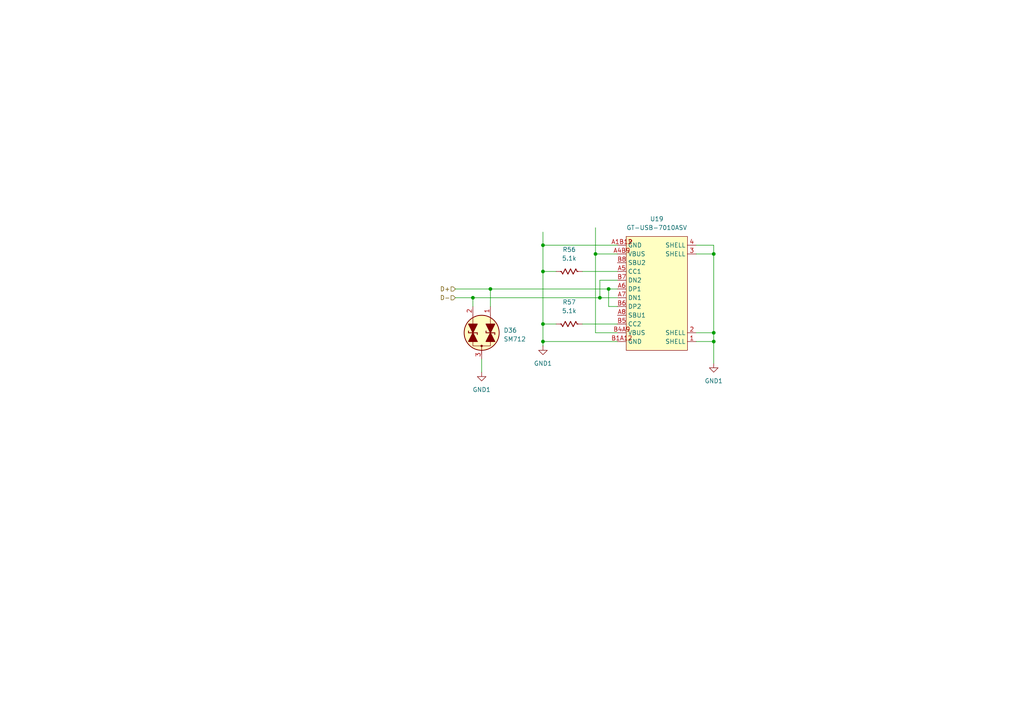
<source format=kicad_sch>
(kicad_sch (version 20250114) (generator "eeschema") (generator_version "9.0")
  (paper "A4")
  (lib_symbols
    (symbol "EasyEDA:GT-USB-7010ASV"
      (property "Reference" "U" (at 0 20.32 0))
      (property "Value" "GT-USB-7010ASV" (at 0 -17.78 0))
      (symbol "GT-USB-7010ASV_0_1"
        (rectangle (start -10.16 17.78) (end 7.62 -15.24) (fill (type background)))
        (circle (center -8.89 16.51) (radius 0.38))
        (pin unspecified line (at -12.7 15.24 0) (length 2.54) (name "GND") (number "A1B12"))
        (pin unspecified line (at -12.7 12.7 0) (length 2.54) (name "VBUS") (number "A4B9"))
        (pin unspecified line (at -12.7 10.16 0) (length 2.54) (name "SBU2") (number "B8"))
        (pin unspecified line (at -12.7 7.62 0) (length 2.54) (name "CC1") (number "A5"))
        (pin unspecified line (at -12.7 5.08 0) (length 2.54) (name "DN2") (number "B7"))
        (pin unspecified line (at -12.7 2.54 0) (length 2.54) (name "DP1") (number "A6"))
        (pin unspecified line (at -12.7 0 0) (length 2.54) (name "DN1") (number "A7"))
        (pin unspecified line (at -12.7 -2.54 0) (length 2.54) (name "DP2") (number "B6"))
        (pin unspecified line (at -12.7 -5.08 0) (length 2.54) (name "SBU1") (number "A8"))
        (pin unspecified line (at -12.7 -7.62 0) (length 2.54) (name "CC2") (number "B5"))
        (pin unspecified line (at -12.7 -10.16 0) (length 2.54) (name "VBUS") (number "B4A9"))
        (pin unspecified line (at -12.7 -12.7 0) (length 2.54) (name "GND") (number "B1A12"))
        (pin unspecified line (at 10.16 15.24 180) (length 2.54) (name "SHELL") (number "4"))
        (pin unspecified line (at 10.16 12.7 180) (length 2.54) (name "SHELL") (number "3"))
        (pin unspecified line (at 10.16 -10.16 180) (length 2.54) (name "SHELL") (number "2"))
        (pin unspecified line (at 10.16 -12.7 180) (length 2.54) (name "SHELL") (number "1"))
      )
    )
    (symbol "PCM_Diode_TVS_AKL:SM712" (pin_names (offset 1.016) (hide yes))
      (property "Reference" "D" (at 0 8.89 0))
      (property "Value" "SM712" (at 0 6.35 0))
      (symbol "SM712_0_1"
        (polyline (pts (xy -6.35 0) (xy -3.81 0)))
        (circle (center -3.81 0) (radius 0.254) (fill (type outline)))
        (polyline (pts (xy -2.54 2.54) (xy -3.81 2.54) (xy -3.81 -2.54) (xy -2.54 -2.54)))
        (circle (center 0 0) (radius 5.08) (stroke (width 0.254)) (fill (type background)))
        (polyline (pts (xy 2.54 2.54) (xy 5.08 2.54)))
        (polyline (pts (xy 2.54 -2.54) (xy 5.08 -2.54)))
      )
      (symbol "SM712_0_2"
        (polyline (pts (xy -2.54 5.08) (xy -2.54 -5.08)) (stroke (width 0.254)))
        (polyline (pts (xy -2.54 0) (xy 0 0)))
        (polyline (pts (xy 0 6.35) (xy 0 7.62)))
        (arc (start -2.54 5.08) (mid 0 7.5976) (end 2.54 5.08) (stroke (width 0.254)))
        (polyline (pts (xy 0 1.27) (xy 0 -1.27)))
        (circle (center 0 0) (radius 0.254) (fill (type outline)))
        (arc (start 2.54 -5.08) (mid 0 -7.5976) (end -2.54 -5.08) (stroke (width 0.254)))
        (polyline (pts (xy 0 -6.35) (xy 0 -7.62)))
        (polyline (pts (xy 0 -7.62) (xy -1.016 -7.366) (xy -1.778 -6.858) (xy -2.286 -6.096) (xy -2.54 -5.588) (xy -2.54 5.334) (xy -2.286 6.096) (xy -2.032 6.604) (xy -1.524 7.112) (xy -0.254 7.62) (xy 0.254 7.62) (xy 1.524 7.112) (xy 2.032 6.604) (xy 2.286 6.096) (xy 2.54 5.334) (xy 2.54 0.254) (xy 2.54 -5.334) (xy 2.286 -6.096) (xy 2.032 -6.604) (xy 1.524 -7.112) (xy 1.016 -7.366) (xy 0 -7.62)) (stroke (width 0.01)) (fill (type background)))
        (polyline (pts (xy 2.54 -5.08) (xy 2.54 5.08)) (stroke (width 0.254)))
      )
      (symbol "SM712_1_1"
        (polyline (pts (xy -2.54 1.27) (xy -2.54 3.81) (xy 0 2.54) (xy -2.54 1.27)) (stroke (width 0.254)) (fill (type outline)))
        (polyline (pts (xy -2.54 -3.81) (xy -2.54 -1.27) (xy 0 -2.54) (xy -2.54 -3.81)) (stroke (width 0.254)) (fill (type outline)))
        (polyline (pts (xy -1.27 2.54) (xy 1.27 2.54)))
        (polyline (pts (xy -1.27 -2.54) (xy 1.27 -2.54)))
        (polyline (pts (xy 0 3.81) (xy 0.508 3.81)) (stroke (width 0.254)))
        (polyline (pts (xy 0 2.54) (xy 2.54 1.27) (xy 2.54 3.81) (xy 0 2.54)) (stroke (width 0.254)) (fill (type outline)))
        (polyline (pts (xy 0 1.27) (xy -0.508 1.27)) (stroke (width 0.254)))
        (polyline (pts (xy 0 1.27) (xy 0 3.81)) (stroke (width 0.254)))
        (polyline (pts (xy 0 -1.27) (xy 0.508 -1.27)) (stroke (width 0.254)))
        (polyline (pts (xy 0 -2.54) (xy 2.54 -3.81) (xy 2.54 -1.27) (xy 0 -2.54)) (stroke (width 0.254)) (fill (type outline)))
        (polyline (pts (xy 0 -3.81) (xy -0.508 -3.81)) (stroke (width 0.254)))
        (polyline (pts (xy 0 -3.81) (xy 0 -1.27)) (stroke (width 0.254)))
        (pin passive line (at -7.62 0 0) (length 2.54) (name "Com") (number "3"))
        (pin passive line (at 7.62 2.54 180) (length 2.54) (name "A2") (number "2"))
        (pin passive line (at 7.62 -2.54 180) (length 2.54) (name "A1") (number "1"))
      )
      (symbol "SM712_1_2"
        (polyline (pts (xy -1.27 3.81) (xy -1.27 4.318)) (stroke (width 0.254)))
        (polyline (pts (xy -1.27 -3.81) (xy -1.27 -3.302)) (stroke (width 0.254)))
        (polyline (pts (xy 0 3.81) (xy 1.27 6.35) (xy -1.27 6.35) (xy 0 3.81)) (stroke (width 0.254)) (fill (type outline)))
        (polyline (pts (xy 0 -3.81) (xy 1.27 -1.27) (xy -1.27 -1.27) (xy 0 -3.81)) (stroke (width 0.254)) (fill (type outline)))
        (polyline (pts (xy 1.27 3.81) (xy -1.27 3.81)) (stroke (width 0.254)))
        (polyline (pts (xy 1.27 3.81) (xy 1.27 3.302)) (stroke (width 0.254)))
        (polyline (pts (xy 1.27 1.27) (xy -1.27 1.27) (xy 0 3.81) (xy 1.27 1.27)) (stroke (width 0.254)) (fill (type outline)))
        (polyline (pts (xy 1.27 -3.81) (xy -1.27 -3.81)) (stroke (width 0.254)))
        (polyline (pts (xy 1.27 -3.81) (xy 1.27 -4.318)) (stroke (width 0.254)))
        (polyline (pts (xy 1.27 -6.35) (xy -1.27 -6.35) (xy 0 -3.81) (xy 1.27 -6.35)) (stroke (width 0.254)) (fill (type outline)))
        (pin passive line (at -5.08 0 0) (length 2.54) (name "Com") (number "3"))
        (pin passive line (at 0 10.16 270) (length 2.54) (name "A2") (number "2"))
        (pin passive line (at 0 -10.16 90) (length 2.54) (name "A1") (number "1"))
      )
    )
    (symbol "PCM_Resistor_US_AKL:R_0805" (pin_numbers (hide yes)) (pin_names (offset 0))
      (property "Reference" "R" (at 2.54 1.27 0))
      (property "Value" "R_0805" (at 2.54 -1.27 0))
      (symbol "R_0805_0_1"
        (polyline (pts (xy 0 2.286) (xy 0 2.54)) (stroke (width 0.254)))
        (polyline (pts (xy 0 2.286) (xy 0.762 1.905) (xy -0.762 1.143) (xy 0 0.762) (xy 0.762 0.381) (xy 0 0) (xy -0.762 -0.381) (xy 0 -0.762) (xy 0.762 -1.143) (xy 0 -1.524) (xy -0.762 -1.905) (xy 0 -2.286)) (stroke (width 0.254)))
        (polyline (pts (xy 0 -2.286) (xy 0 -2.54)) (stroke (width 0.254)))
      )
      (symbol "R_0805_0_2"
        (polyline (pts (xy -2.54 -2.54) (xy -1.778 -1.778)))
        (polyline (pts (xy -1.778 -1.778) (xy -1.524 -1.524)) (stroke (width 0.254)))
        (polyline (pts (xy -1.524 -1.524) (xy -1.778 -0.762) (xy -1.016 -1.016)) (stroke (width 0.254)))
        (polyline (pts (xy -0.508 -0.508) (xy -0.762 0.254) (xy 0 0)) (stroke (width 0.254)))
        (polyline (pts (xy -0.508 -0.508) (xy -0.254 -1.27) (xy -1.016 -1.016)) (stroke (width 0.254)))
        (polyline (pts (xy 0.508 0.508) (xy 0.254 1.27) (xy 1.016 1.016)) (stroke (width 0.254)))
        (polyline (pts (xy 0.508 0.508) (xy 0.762 -0.254) (xy 0 0)) (stroke (width 0.254)))
        (polyline (pts (xy 1.524 1.524) (xy 1.778 0.762) (xy 1.016 1.016)) (stroke (width 0.254)))
        (polyline (pts (xy 1.778 1.778) (xy 1.524 1.524)) (stroke (width 0.254)))
        (polyline (pts (xy 1.778 1.778) (xy 2.54 2.54)))
      )
      (symbol "R_0805_1_1"
        (pin passive line (at 0 3.81 270) (length 1.27) (name "~") (number "1"))
        (pin passive line (at 0 -3.81 90) (length 1.27) (name "~") (number "2"))
      )
      (symbol "R_0805_1_2"
        (pin passive line (at -2.54 -2.54 0) (length 0) (name "") (number "2"))
        (pin passive line (at 2.54 2.54 180) (length 0) (name "") (number "1"))
      )
    )
    (symbol "power:GND" (power) (pin_numbers (hide yes)) (pin_names (offset 0) (hide yes))
      (property "Value" "GND" (at 0 -3.81 0))
      (symbol "GND_0_1"
        (polyline (pts (xy 0 0) (xy 0 -1.27) (xy 1.27 -1.27) (xy 0 -2.54) (xy -1.27 -1.27) (xy 0 -1.27)))
      )
      (symbol "GND_1_1"
        (pin power_in line (at 0 0 270) (length 0) (name "~") (number "1"))
      )
    )
  )
  (junction (at 142.24 83.82))
  (junction (at 207.01 99.06))
  (junction (at 207.01 96.52))
  (junction (at 172.72 73.66))
  (junction (at 137.16 86.36))
  (junction (at 173.99 86.36))
  (junction (at 157.48 78.74))
  (junction (at 157.48 71.12))
  (junction (at 207.01 73.66))
  (junction (at 176.53 83.82))
  (junction (at 157.48 93.98))
  (junction (at 157.48 99.06))
  (wire (pts (xy 157.48 100.33) (xy 157.48 99.06)))
  (wire (pts (xy 207.01 99.06) (xy 201.93 99.06)))
  (wire (pts (xy 179.07 88.9) (xy 176.53 88.9)))
  (wire (pts (xy 132.08 83.82) (xy 142.24 83.82)))
  (wire (pts (xy 157.48 99.06) (xy 157.48 93.98)))
  (wire (pts (xy 168.91 93.98) (xy 179.07 93.98)))
  (wire (pts (xy 142.24 83.82) (xy 142.24 88.9)))
  (wire (pts (xy 201.93 96.52) (xy 207.01 96.52)))
  (wire (pts (xy 137.16 86.36) (xy 137.16 88.9)))
  (wire (pts (xy 207.01 96.52) (xy 207.01 99.06)))
  (wire (pts (xy 207.01 73.66) (xy 207.01 96.52)))
  (wire (pts (xy 172.72 73.66) (xy 172.72 66.04)))
  (wire (pts (xy 179.07 81.28) (xy 173.99 81.28)))
  (wire (pts (xy 168.91 78.74) (xy 179.07 78.74)))
  (wire (pts (xy 157.48 78.74) (xy 157.48 93.98)))
  (wire (pts (xy 201.93 71.12) (xy 207.01 71.12)))
  (wire (pts (xy 176.53 83.82) (xy 179.07 83.82)))
  (wire (pts (xy 207.01 99.06) (xy 207.01 105.41)))
  (wire (pts (xy 142.24 83.82) (xy 176.53 83.82)))
  (wire (pts (xy 173.99 81.28) (xy 173.99 86.36)))
  (wire (pts (xy 157.48 99.06) (xy 179.07 99.06)))
  (wire (pts (xy 179.07 86.36) (xy 173.99 86.36)))
  (wire (pts (xy 172.72 73.66) (xy 179.07 73.66)))
  (wire (pts (xy 137.16 86.36) (xy 132.08 86.36)))
  (wire (pts (xy 179.07 96.52) (xy 172.72 96.52)))
  (wire (pts (xy 157.48 93.98) (xy 161.29 93.98)))
  (wire (pts (xy 201.93 73.66) (xy 207.01 73.66)))
  (wire (pts (xy 157.48 67.31) (xy 157.48 71.12)))
  (wire (pts (xy 157.48 71.12) (xy 157.48 78.74)))
  (wire (pts (xy 179.07 71.12) (xy 157.48 71.12)))
  (wire (pts (xy 172.72 96.52) (xy 172.72 73.66)))
  (wire (pts (xy 176.53 88.9) (xy 176.53 83.82)))
  (wire (pts (xy 157.48 78.74) (xy 161.29 78.74)))
  (wire (pts (xy 173.99 86.36) (xy 137.16 86.36)))
  (wire (pts (xy 139.7 104.14) (xy 139.7 107.95)))
  (wire (pts (xy 207.01 71.12) (xy 207.01 73.66)))
  (hierarchical_label "D+" (shape input) (at 132.08 83.82 180))
  (hierarchical_label "D-" (shape input) (at 132.08 86.36 180))
  (symbol (lib_id "PCM_Resistor_US_AKL:R_0805") (at 165.1 93.98 270) (mirror x) (unit 1)
    (property "Reference" "R57" (at 165.1 87.63 90))
    (property "Value" "5.1k" (at 165.1 90.17 90))
    (property "Footprint" "PCM_Resistor_SMD_AKL:R_0805_2012Metric" (effects (hide yes)))
    (property "Description" "SMD 0805 Chip Resistor, US Symbol, Alternate KiCad Library" (effects (hide yes)))
  )
  (symbol (lib_id "power:GND") (at 139.7 107.95 0) (mirror y) (unit 1)
    (property "Reference" "#PWR080" (effects (hide yes)))
    (property "Value" "GND1" (at 139.7 113.03 0))
    (property "Description" "Power symbol creates a global label with name \"GND\" , ground" (effects (hide yes)))
  )
  (symbol (lib_id "EasyEDA:GT-USB-7010ASV") (at 191.77 86.36 0) (unit 1)
    (property "Reference" "U19" (at 190.5 63.5 0))
    (property "Value" "GT-USB-7010ASV" (at 190.5 66.04 0))
    (property "Footprint" "EasyEDA:USB-C-SMD_G-SWITCH_GT-USB-7010ASV" (effects (hide yes)))
    (property "LCSC Part" "C2988369" (effects (hide yes)))
  )
  (symbol (lib_id "PCM_Resistor_US_AKL:R_0805") (at 165.1 78.74 270) (mirror x) (unit 1)
    (property "Reference" "R56" (at 165.1 72.39 90))
    (property "Value" "5.1k" (at 165.1 74.93 90))
    (property "Footprint" "PCM_Resistor_SMD_AKL:R_0805_2012Metric" (effects (hide yes)))
    (property "Description" "SMD 0805 Chip Resistor, US Symbol, Alternate KiCad Library" (effects (hide yes)))
  )
  (symbol (lib_id "power:GND") (at 157.48 100.33 0) (mirror y) (unit 1)
    (property "Reference" "#PWR081" (effects (hide yes)))
    (property "Value" "GND1" (at 157.48 105.41 0))
    (property "Description" "Power symbol creates a global label with name \"GND\" , ground" (effects (hide yes)))
  )
  (symbol (lib_id "power:GND") (at 207.01 105.41 0) (mirror y) (unit 1)
    (property "Reference" "#PWR083" (effects (hide yes)))
    (property "Value" "GND1" (at 207.01 110.49 0))
    (property "Description" "Power symbol creates a global label with name \"GND\" , ground" (effects (hide yes)))
  )
  (symbol (lib_id "PCM_Diode_TVS_AKL:SM712") (at 139.7 96.52 90) (unit 1)
    (property "Reference" "D36" (at 146.05 95.8214 90) (effects (justify right)))
    (property "Value" "SM712" (at 146.05 98.3614 90) (effects (justify right)))
    (property "Footprint" "PCM_Package_TO_SOT_SMD_AKL:SOT-23" (effects (hide yes)))
    (property "Datasheet" "https://www.tme.eu/Document/75933fc1842e5f5f3391c0542bf992c7/SM712.pdf" (effects (hide yes)))
    (property "Description" "SOT-23 Dual bidirectional TVS diode, 12V/7V, 600W, Alternate KiCAD Library" (effects (hide yes)))
  )
)
</source>
